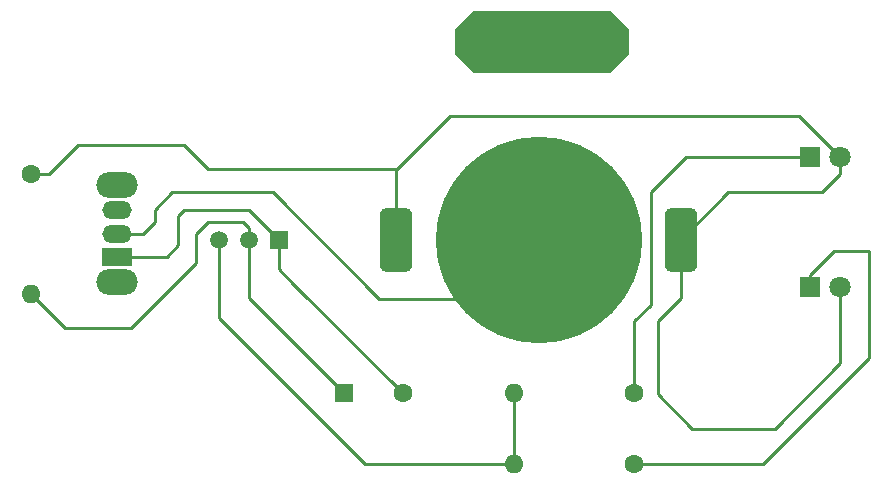
<source format=gbr>
%TF.GenerationSoftware,KiCad,Pcbnew,9.0.4*%
%TF.CreationDate,2026-01-28T21:56:10-05:00*%
%TF.ProjectId,learn_to_solder,6c656172-6e5f-4746-9f5f-736f6c646572,rev?*%
%TF.SameCoordinates,Original*%
%TF.FileFunction,Copper,L2,Bot*%
%TF.FilePolarity,Positive*%
%FSLAX46Y46*%
G04 Gerber Fmt 4.6, Leading zero omitted, Abs format (unit mm)*
G04 Created by KiCad (PCBNEW 9.0.4) date 2026-01-28 21:56:10*
%MOMM*%
%LPD*%
G01*
G04 APERTURE LIST*
G04 Aperture macros list*
%AMRoundRect*
0 Rectangle with rounded corners*
0 $1 Rounding radius*
0 $2 $3 $4 $5 $6 $7 $8 $9 X,Y pos of 4 corners*
0 Add a 4 corners polygon primitive as box body*
4,1,4,$2,$3,$4,$5,$6,$7,$8,$9,$2,$3,0*
0 Add four circle primitives for the rounded corners*
1,1,$1+$1,$2,$3*
1,1,$1+$1,$4,$5*
1,1,$1+$1,$6,$7*
1,1,$1+$1,$8,$9*
0 Add four rect primitives between the rounded corners*
20,1,$1+$1,$2,$3,$4,$5,0*
20,1,$1+$1,$4,$5,$6,$7,0*
20,1,$1+$1,$6,$7,$8,$9,0*
20,1,$1+$1,$8,$9,$2,$3,0*%
%AMOutline5P*
0 Free polygon, 5 corners , with rotation*
0 The origin of the aperture is its center*
0 number of corners: always 5*
0 $1 to $10 corner X, Y*
0 $11 Rotation angle, in degrees counterclockwise*
0 create outline with 5 corners*
4,1,5,$1,$2,$3,$4,$5,$6,$7,$8,$9,$10,$1,$2,$11*%
%AMOutline6P*
0 Free polygon, 6 corners , with rotation*
0 The origin of the aperture is its center*
0 number of corners: always 6*
0 $1 to $12 corner X, Y*
0 $13 Rotation angle, in degrees counterclockwise*
0 create outline with 6 corners*
4,1,6,$1,$2,$3,$4,$5,$6,$7,$8,$9,$10,$11,$12,$1,$2,$13*%
%AMOutline7P*
0 Free polygon, 7 corners , with rotation*
0 The origin of the aperture is its center*
0 number of corners: always 7*
0 $1 to $14 corner X, Y*
0 $15 Rotation angle, in degrees counterclockwise*
0 create outline with 7 corners*
4,1,7,$1,$2,$3,$4,$5,$6,$7,$8,$9,$10,$11,$12,$13,$14,$1,$2,$15*%
%AMOutline8P*
0 Free polygon, 8 corners , with rotation*
0 The origin of the aperture is its center*
0 number of corners: always 8*
0 $1 to $16 corner X, Y*
0 $17 Rotation angle, in degrees counterclockwise*
0 create outline with 8 corners*
4,1,8,$1,$2,$3,$4,$5,$6,$7,$8,$9,$10,$11,$12,$13,$14,$15,$16,$1,$2,$17*%
G04 Aperture macros list end*
%TA.AperFunction,ComponentPad*%
%ADD10Outline8P,-7.350000X1.035000X-5.797500X2.587500X5.797500X2.587500X7.350000X1.035000X7.350000X-1.035000X5.797500X-2.587500X-5.797500X-2.587500X-7.350000X-1.035000X0.000000*%
%TD*%
%TA.AperFunction,ComponentPad*%
%ADD11R,1.800000X1.800000*%
%TD*%
%TA.AperFunction,ComponentPad*%
%ADD12C,1.800000*%
%TD*%
%TA.AperFunction,ComponentPad*%
%ADD13O,3.500000X2.200000*%
%TD*%
%TA.AperFunction,ComponentPad*%
%ADD14R,2.500000X1.500000*%
%TD*%
%TA.AperFunction,ComponentPad*%
%ADD15O,2.500000X1.500000*%
%TD*%
%TA.AperFunction,ComponentPad*%
%ADD16R,1.600000X1.600000*%
%TD*%
%TA.AperFunction,ComponentPad*%
%ADD17C,1.600000*%
%TD*%
%TA.AperFunction,ComponentPad*%
%ADD18O,1.600000X1.600000*%
%TD*%
%TA.AperFunction,ComponentPad*%
%ADD19R,1.500000X1.500000*%
%TD*%
%TA.AperFunction,ComponentPad*%
%ADD20C,1.500000*%
%TD*%
%TA.AperFunction,SMDPad,CuDef*%
%ADD21RoundRect,0.687500X0.687500X2.062500X-0.687500X2.062500X-0.687500X-2.062500X0.687500X-2.062500X0*%
%TD*%
%TA.AperFunction,SMDPad,CuDef*%
%ADD22C,17.500000*%
%TD*%
%TA.AperFunction,Conductor*%
%ADD23C,0.250000*%
%TD*%
G04 APERTURE END LIST*
D10*
%TO.P,REF\u002A\u002A,1*%
%TO.N,N/C*%
X130250000Y-59250000D03*
%TD*%
D11*
%TO.P,D1,1,K*%
%TO.N,Net-(D1-Pad1)*%
X153000000Y-80000000D03*
D12*
%TO.P,D1,2,A*%
%TO.N,Net-(BT1-Pad1)*%
X155540000Y-80000000D03*
%TD*%
D13*
%TO.P,SW1,*%
%TO.N,*%
X94297500Y-79600000D03*
X94297500Y-71400000D03*
D14*
%TO.P,SW1,1,A*%
%TO.N,GND*%
X94297500Y-77500000D03*
D15*
%TO.P,SW1,2,B*%
%TO.N,Net-(BT1-Pad2)*%
X94297500Y-75500000D03*
%TO.P,SW1,3,C*%
%TO.N,unconnected-(SW1-Pad3)*%
X94297500Y-73500000D03*
%TD*%
D16*
%TO.P,R2,1*%
%TO.N,Net-(Q1-Pad2)*%
X113500000Y-89000000D03*
D17*
%TO.P,R2,2*%
%TO.N,GND*%
X118500000Y-89000000D03*
%TD*%
%TO.P,R1,1*%
%TO.N,Net-(BT1-Pad1)*%
X87000000Y-70420000D03*
D18*
%TO.P,R1,2*%
%TO.N,Net-(Q1-Pad2)*%
X87000000Y-80580000D03*
%TD*%
D17*
%TO.P,R4,1*%
%TO.N,Net-(D2-Pad1)*%
X138080000Y-89000000D03*
D18*
%TO.P,R4,2*%
%TO.N,Net-(Q1-Pad3)*%
X127920000Y-89000000D03*
%TD*%
D17*
%TO.P,R3,1*%
%TO.N,Net-(D1-Pad1)*%
X138080000Y-95000000D03*
D18*
%TO.P,R3,2*%
%TO.N,Net-(Q1-Pad3)*%
X127920000Y-95000000D03*
%TD*%
D11*
%TO.P,D2,1,K*%
%TO.N,Net-(D2-Pad1)*%
X153000000Y-69000000D03*
D12*
%TO.P,D2,2,A*%
%TO.N,Net-(BT1-Pad1)*%
X155540000Y-69000000D03*
%TD*%
D19*
%TO.P,Q1,1,E*%
%TO.N,GND*%
X108000000Y-76000000D03*
D20*
%TO.P,Q1,2,B*%
%TO.N,Net-(Q1-Pad2)*%
X105460000Y-76000000D03*
%TO.P,Q1,3,C*%
%TO.N,Net-(Q1-Pad3)*%
X102920000Y-76000000D03*
%TD*%
D21*
%TO.P,BT1,1,+*%
%TO.N,Net-(BT1-Pad1)*%
X142065000Y-76000000D03*
X117935000Y-76000000D03*
D22*
%TO.P,BT1,2,-*%
%TO.N,Net-(BT1-Pad2)*%
X130000000Y-76000000D03*
%TD*%
D23*
%TO.N,Net-(BT1-Pad1)*%
X100000000Y-68000000D02*
X102000000Y-70000000D01*
X154000000Y-72000000D02*
X155540000Y-70460000D01*
X155540000Y-70460000D02*
X155540000Y-69000000D01*
X142065000Y-76000000D02*
X146065000Y-72000000D01*
X155540000Y-86460000D02*
X155540000Y-80000000D01*
X118000000Y-70000000D02*
X102000000Y-70000000D01*
X89000000Y-70000000D02*
X91000000Y-68000000D01*
X117935000Y-70065000D02*
X118000000Y-70000000D01*
X122500000Y-65500000D02*
X118000000Y-70000000D01*
X91000000Y-68000000D02*
X100000000Y-68000000D01*
X146065000Y-72000000D02*
X154000000Y-72000000D01*
X150000000Y-92000000D02*
X155540000Y-86460000D01*
X140080000Y-82920000D02*
X140080000Y-89080000D01*
X152040000Y-65500000D02*
X122500000Y-65500000D01*
X88580000Y-70420000D02*
X89000000Y-70000000D01*
X140080000Y-89080000D02*
X143000000Y-92000000D01*
X117935000Y-76000000D02*
X117935000Y-70065000D01*
X142065000Y-80935000D02*
X140080000Y-82920000D01*
X142065000Y-76000000D02*
X142065000Y-80935000D01*
X87000000Y-70420000D02*
X88580000Y-70420000D01*
X155540000Y-69000000D02*
X152040000Y-65500000D01*
X143000000Y-92000000D02*
X150000000Y-92000000D01*
%TO.N,GND*%
X98500000Y-77500000D02*
X99500000Y-76500000D01*
X109250000Y-79750000D02*
X118500000Y-89000000D01*
X99500000Y-74000000D02*
X100000000Y-73500000D01*
X108000000Y-76000000D02*
X108000000Y-78500000D01*
X108000000Y-78500000D02*
X109250000Y-79750000D01*
X94297500Y-77500000D02*
X98500000Y-77500000D01*
X100000000Y-73500000D02*
X105500000Y-73500000D01*
X99500000Y-76500000D02*
X99500000Y-74000000D01*
X105500000Y-73500000D02*
X108000000Y-76000000D01*
%TO.N,Net-(D1-Pad1)*%
X149000000Y-95000000D02*
X158000000Y-86000000D01*
X158000000Y-77000000D02*
X155000000Y-77000000D01*
X153000000Y-79000000D02*
X153000000Y-80000000D01*
X138080000Y-95000000D02*
X149000000Y-95000000D01*
X155000000Y-77000000D02*
X153000000Y-79000000D01*
X158000000Y-86000000D02*
X158000000Y-77000000D01*
%TO.N,Net-(D2-Pad1)*%
X139500000Y-72000000D02*
X139500000Y-81500000D01*
X139500000Y-81500000D02*
X138080000Y-82920000D01*
X138080000Y-82920000D02*
X138080000Y-89000000D01*
X153000000Y-69000000D02*
X142500000Y-69000000D01*
X142500000Y-69000000D02*
X139500000Y-72000000D01*
%TO.N,Net-(Q1-Pad2)*%
X105000000Y-74500000D02*
X105500000Y-75000000D01*
X89920000Y-83500000D02*
X95500000Y-83500000D01*
X87000000Y-80580000D02*
X89920000Y-83500000D01*
X95500000Y-83500000D02*
X101000000Y-78000000D01*
X105500000Y-75000000D02*
X105500000Y-76000000D01*
X101000000Y-75500000D02*
X102000000Y-74500000D01*
X105460000Y-80960000D02*
X113500000Y-89000000D01*
X105460000Y-76000000D02*
X105460000Y-80960000D01*
X101000000Y-78000000D02*
X101000000Y-75500000D01*
X102000000Y-74500000D02*
X105000000Y-74500000D01*
%TO.N,Net-(Q1-Pad3)*%
X127920000Y-89000000D02*
X127920000Y-94920000D01*
X102920000Y-82620000D02*
X104650000Y-84350000D01*
X104650000Y-84350000D02*
X115300000Y-95000000D01*
X102920000Y-76000000D02*
X102920000Y-82620000D01*
X115300000Y-95000000D02*
X127920000Y-95000000D01*
X104460000Y-84160000D02*
X104650000Y-84350000D01*
%TO.N,Net-(BT1-Pad2)*%
X99000000Y-72000000D02*
X97500000Y-73500000D01*
X97500000Y-74500000D02*
X96500000Y-75500000D01*
X107500000Y-72000000D02*
X99000000Y-72000000D01*
X125000000Y-81000000D02*
X116500000Y-81000000D01*
X96500000Y-75500000D02*
X94297500Y-75500000D01*
X116500000Y-81000000D02*
X107500000Y-72000000D01*
X130000000Y-76000000D02*
X125000000Y-81000000D01*
X97500000Y-73500000D02*
X97500000Y-74500000D01*
%TD*%
M02*

</source>
